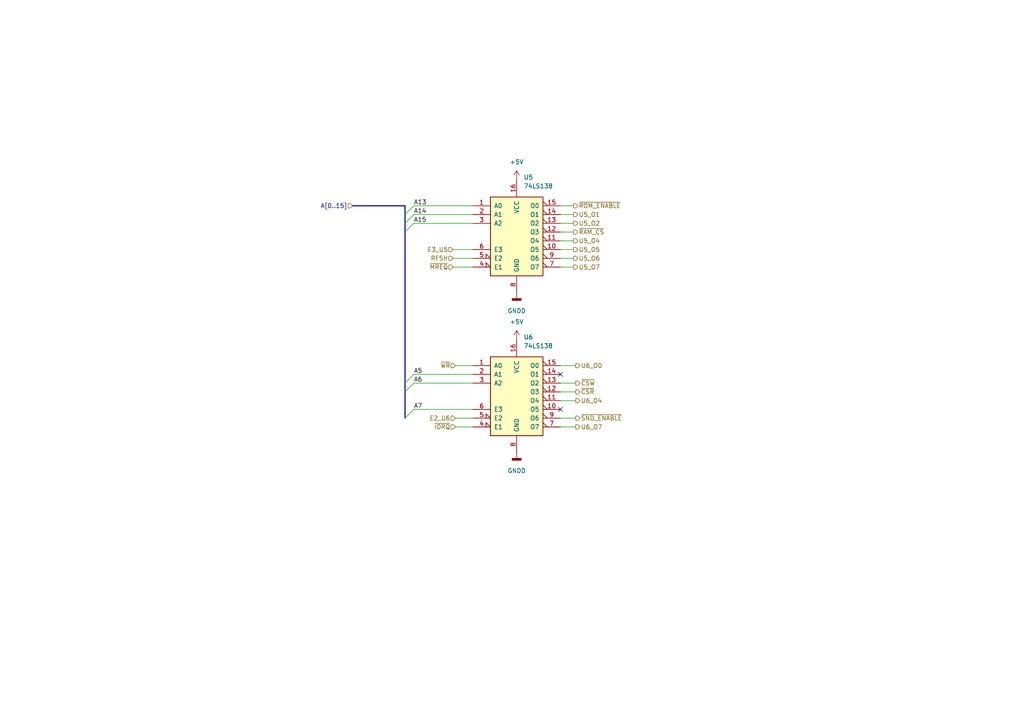
<source format=kicad_sch>
(kicad_sch (version 20211123) (generator eeschema)
  (paper "A4")
  (lib_symbols
    (symbol "74xx:74LS138" (pin_names (offset 1.016))
      (property "Reference" "U" (at -7.62 11.43 0))
      (property "Value" "74LS138" (at -7.62 -13.97 0))
      (symbol "74LS138_1_0"
        (pin input line (at -12.7 7.62 0) (length 5.08) (name "A0") (number "1"))
        (pin output output_low (at 12.7 -5.08 180) (length 5.08) (name "O5") (number "10"))
        (pin output output_low (at 12.7 -2.54 180) (length 5.08) (name "O4") (number "11"))
        (pin output output_low (at 12.7 0 180) (length 5.08) (name "O3") (number "12"))
        (pin output output_low (at 12.7 2.54 180) (length 5.08) (name "O2") (number "13"))
        (pin output output_low (at 12.7 5.08 180) (length 5.08) (name "O1") (number "14"))
        (pin output output_low (at 12.7 7.62 180) (length 5.08) (name "O0") (number "15"))
        (pin power_in line (at 0 15.24 270) (length 5.08) (name "VCC") (number "16"))
        (pin input line (at -12.7 5.08 0) (length 5.08) (name "A1") (number "2"))
        (pin input line (at -12.7 2.54 0) (length 5.08) (name "A2") (number "3"))
        (pin input input_low (at -12.7 -10.16 0) (length 5.08) (name "E1") (number "4"))
        (pin input input_low (at -12.7 -7.62 0) (length 5.08) (name "E2") (number "5"))
        (pin input line (at -12.7 -5.08 0) (length 5.08) (name "E3") (number "6"))
        (pin output output_low (at 12.7 -10.16 180) (length 5.08) (name "O7") (number "7"))
        (pin power_in line (at 0 -17.78 90) (length 5.08) (name "GND") (number "8"))
        (pin output output_low (at 12.7 -7.62 180) (length 5.08) (name "O6") (number "9"))
      )
      (symbol "74LS138_1_1"
        (rectangle (start -7.62 10.16) (end 7.62 -12.7) (stroke (width 0.254)) (fill (type background)))
      )
    )
    (symbol "power:+5V" (power) (pin_names (offset 0))
      (property "Value" "+5V" (at 0 3.556 0))
      (symbol "+5V_0_1"
        (polyline (pts (xy -0.762 1.27) (xy 0 2.54)))
        (polyline (pts (xy 0 0) (xy 0 2.54)))
        (polyline (pts (xy 0 2.54) (xy 0.762 1.27)))
      )
      (symbol "+5V_1_1"
        (pin power_in line (at 0 0 90) (length 0) hide (name "+5V") (number "1"))
      )
    )
    (symbol "power:GNDD" (power) (pin_names (offset 0))
      (property "Value" "GNDD" (at 0 -3.175 0))
      (symbol "GNDD_0_1"
        (rectangle (start -1.27 -1.524) (end 1.27 -2.032) (stroke (width 0.254)) (fill (type outline)))
        (polyline (pts (xy 0 0) (xy 0 -1.524)))
      )
      (symbol "GNDD_1_1"
        (pin power_in line (at 0 0 270) (length 0) hide (name "GNDD") (number "1"))
      )
    )
  )
  (no_connect (at 162.56 118.745))
  (no_connect (at 162.56 108.585))
  (bus_entry (at 117.475 121.285) (size 2.54 -2.54))
  (bus_entry (at 117.475 64.77) (size 2.54 -2.54))
  (bus_entry (at 117.475 111.125) (size 2.54 -2.54))
  (bus_entry (at 117.475 62.23) (size 2.54 -2.54))
  (bus_entry (at 117.475 67.31) (size 2.54 -2.54))
  (bus_entry (at 117.475 113.665) (size 2.54 -2.54))
  (bus (pts (xy 117.475 59.69) (xy 102.235 59.69)))
  (bus (pts (xy 117.475 67.31) (xy 117.475 111.125)))
  (wire (pts (xy 162.56 69.85) (xy 166.37 69.85)))
  (wire (pts (xy 132.08 121.285) (xy 137.16 121.285)))
  (bus (pts (xy 117.475 67.31) (xy 117.475 64.77)))
  (wire (pts (xy 120.015 62.23) (xy 137.16 62.23)))
  (wire (pts (xy 120.015 59.69) (xy 137.16 59.69)))
  (bus (pts (xy 117.475 62.23) (xy 117.475 59.69)))
  (wire (pts (xy 162.56 113.665) (xy 167.005 113.665)))
  (wire (pts (xy 162.56 62.23) (xy 166.37 62.23)))
  (wire (pts (xy 162.56 106.045) (xy 167.005 106.045)))
  (bus (pts (xy 117.475 113.665) (xy 117.475 121.285)))
  (wire (pts (xy 162.56 59.69) (xy 166.37 59.69)))
  (wire (pts (xy 162.56 77.47) (xy 166.37 77.47)))
  (wire (pts (xy 162.56 111.125) (xy 167.005 111.125)))
  (wire (pts (xy 120.015 64.77) (xy 137.16 64.77)))
  (wire (pts (xy 162.56 72.39) (xy 166.37 72.39)))
  (bus (pts (xy 117.475 111.125) (xy 117.475 113.665)))
  (wire (pts (xy 162.56 123.825) (xy 167.005 123.825)))
  (wire (pts (xy 120.015 108.585) (xy 137.16 108.585)))
  (wire (pts (xy 131.445 77.47) (xy 137.16 77.47)))
  (wire (pts (xy 131.445 72.39) (xy 137.16 72.39)))
  (wire (pts (xy 132.08 106.045) (xy 137.16 106.045)))
  (wire (pts (xy 162.56 121.285) (xy 167.005 121.285)))
  (wire (pts (xy 162.56 67.31) (xy 166.37 67.31)))
  (wire (pts (xy 162.56 64.77) (xy 166.37 64.77)))
  (wire (pts (xy 162.56 74.93) (xy 166.37 74.93)))
  (wire (pts (xy 120.015 118.745) (xy 137.16 118.745)))
  (wire (pts (xy 162.56 116.205) (xy 167.005 116.205)))
  (wire (pts (xy 132.08 123.825) (xy 137.16 123.825)))
  (bus (pts (xy 117.475 64.77) (xy 117.475 62.23)))
  (wire (pts (xy 131.445 74.93) (xy 137.16 74.93)))
  (wire (pts (xy 120.015 111.125) (xy 137.16 111.125)))
  (label "A5" (at 120.015 108.585 0))
  (label "A15" (at 120.015 64.77 0))
  (label "A7" (at 120.015 118.745 0))
  (label "A13" (at 120.015 59.69 0))
  (label "A6" (at 120.015 111.125 0))
  (label "A14" (at 120.015 62.23 0))
  (hierarchical_label "U5_O6" (shape output) (at 166.37 74.93 0))
  (hierarchical_label "U6_O7" (shape output) (at 167.005 123.825 0))
  (hierarchical_label "E3_U5" (shape input) (at 131.445 72.39 180))
  (hierarchical_label "~{MREQ}" (shape input) (at 131.445 77.47 180))
  (hierarchical_label "U5_O7" (shape output) (at 166.37 77.47 0))
  (hierarchical_label "U5_O2" (shape output) (at 166.37 64.77 0))
  (hierarchical_label "~{WR}" (shape input) (at 132.08 106.045 180))
  (hierarchical_label "~{RAM_CS}" (shape output) (at 166.37 67.31 0))
  (hierarchical_label "E2_U6" (shape input) (at 132.08 121.285 180))
  (hierarchical_label "RFSH" (shape input) (at 131.445 74.93 180))
  (hierarchical_label "U6_O4" (shape output) (at 167.005 116.205 0))
  (hierarchical_label "U5_O4" (shape output) (at 166.37 69.85 0))
  (hierarchical_label "U5_O5" (shape output) (at 166.37 72.39 0))
  (hierarchical_label "U5_O1" (shape output) (at 166.37 62.23 0))
  (hierarchical_label "~{SND_ENABLE}" (shape output) (at 167.005 121.285 0))
  (hierarchical_label "U6_O0" (shape output) (at 167.005 106.045 0))
  (hierarchical_label "~{CSW}" (shape output) (at 167.005 111.125 0))
  (hierarchical_label "A[0..15]" (shape input) (at 102.235 59.69 180))
  (hierarchical_label "~{IORQ}" (shape input) (at 132.08 123.825 180))
  (hierarchical_label "~{ROM_ENABLE}" (shape output) (at 166.37 59.69 0))
  (hierarchical_label "~{CSR}" (shape output) (at 167.005 113.665 0))
  (symbol (lib_id "power:GNDD") (at 149.86 85.09 0) (unit 1)
    (property "Reference" "#PWR?" (effects hide))
    (property "Value" "GNDD" (at 149.86 90.17 0))
  )
  (symbol (lib_id "power:+5V") (at 149.86 98.425 0) (unit 1)
    (property "Reference" "#PWR?" (effects hide))
    (property "Value" "+5V" (at 149.86 93.345 0))
  )
  (symbol (lib_id "74xx:74LS138") (at 149.86 67.31 0) (unit 1)
    (property "Reference" "U5" (at 151.8794 51.435 0) (effects (justify left)))
    (property "Value" "74LS138" (at 151.8794 53.975 0) (effects (justify left)))
    (property "Datasheet" "http://www.ti.com/lit/gpn/sn74LS138" (effects hide))
  )
  (symbol (lib_id "power:GNDD") (at 149.86 131.445 0) (unit 1)
    (property "Reference" "#PWR?" (effects hide))
    (property "Value" "GNDD" (at 149.86 136.525 0))
  )
  (symbol (lib_id "power:+5V") (at 149.86 52.07 0) (unit 1)
    (property "Reference" "#PWR?" (effects hide))
    (property "Value" "+5V" (at 149.86 46.99 0))
  )
  (symbol (lib_id "74xx:74LS138") (at 149.86 113.665 0) (unit 1)
    (property "Reference" "U6" (at 151.8794 97.79 0) (effects (justify left)))
    (property "Value" "74LS138" (at 151.8794 100.33 0) (effects (justify left)))
    (property "Datasheet" "http://www.ti.com/lit/gpn/sn74LS138" (effects hide))
  )
)
</source>
